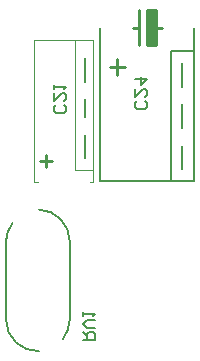
<source format=gbo>
G04 Layer_Color=32896*
%FSLAX44Y44*%
%MOMM*%
G71*
G01*
G75*
%ADD25C,0.2540*%
%ADD46C,0.1270*%
%ADD48C,0.2000*%
%ADD83C,0.1000*%
%ADD84R,0.7500X3.0000*%
D25*
X723418Y-87488D02*
X728418D01*
X703418D02*
X708418D01*
X715918Y-102488D02*
X723418D01*
X715918Y-72488D02*
X723418D01*
X715918Y-102488D02*
Y-72488D01*
X708418Y-102488D02*
Y-72488D01*
X723418Y-102488D02*
Y-72488D01*
X690515Y-127488D02*
Y-114159D01*
X697179Y-120823D02*
X683850D01*
X624960Y-200916D02*
X635117D01*
X630038Y-205994D02*
Y-195837D01*
D46*
X645109Y-152959D02*
X646775Y-154626D01*
Y-157958D01*
X645109Y-159624D01*
X638444D01*
X636778Y-157958D01*
Y-154626D01*
X638444Y-152959D01*
X636778Y-142963D02*
Y-149627D01*
X643443Y-142963D01*
X645109D01*
X646775Y-144629D01*
Y-147961D01*
X645109Y-149627D01*
X636778Y-139630D02*
Y-136298D01*
Y-137964D01*
X646775D01*
X645109Y-139630D01*
X713943Y-149550D02*
X715609Y-151216D01*
Y-154548D01*
X713943Y-156214D01*
X707278D01*
X705612Y-154548D01*
Y-151216D01*
X707278Y-149550D01*
X705612Y-139553D02*
Y-146217D01*
X712277Y-139553D01*
X713943D01*
X715609Y-141219D01*
Y-144551D01*
X713943Y-146217D01*
X705612Y-131222D02*
X715609D01*
X710610Y-136220D01*
Y-129556D01*
X661346Y-351704D02*
X671343D01*
Y-346706D01*
X669677Y-345039D01*
X666344D01*
X664678Y-346706D01*
Y-351704D01*
Y-348372D02*
X661346Y-345039D01*
X671343Y-341707D02*
X664678D01*
X661346Y-338375D01*
X664678Y-335043D01*
X671343D01*
X661346Y-331710D02*
Y-328378D01*
Y-330044D01*
X671343D01*
X669677Y-331710D01*
D48*
X601689Y-253180D02*
G03*
X596160Y-268540I21451J-16397D01*
G01*
X650160D02*
G03*
X624198Y-241560I-27000J0D01*
G01*
X644146Y-351528D02*
G03*
X650160Y-334540I-20986J16988D01*
G01*
X596160D02*
G03*
X624159Y-361521I27000J0D01*
G01*
X745518Y-207488D02*
Y-187488D01*
Y-172488D02*
Y-152488D01*
Y-137488D02*
Y-117488D01*
X735518Y-217488D02*
Y-107488D01*
X755518D01*
X675518Y-217488D02*
X755518D01*
X675518D02*
Y-87488D01*
X755518Y-217488D02*
Y-87488D01*
X662960Y-198298D02*
Y-178298D01*
Y-163298D02*
Y-148298D01*
Y-133298D02*
Y-113298D01*
X650160Y-334540D02*
Y-268540D01*
X596160Y-334540D02*
Y-268540D01*
D83*
X654960Y-208298D02*
X669960D01*
X654960D02*
Y-98298D01*
X666960Y-218298D02*
X669960D01*
X619960D02*
X622960D01*
X669960D02*
Y-98298D01*
X619960D02*
X669960D01*
X619960Y-218298D02*
Y-98298D01*
D84*
X719668Y-87488D02*
D03*
M02*

</source>
